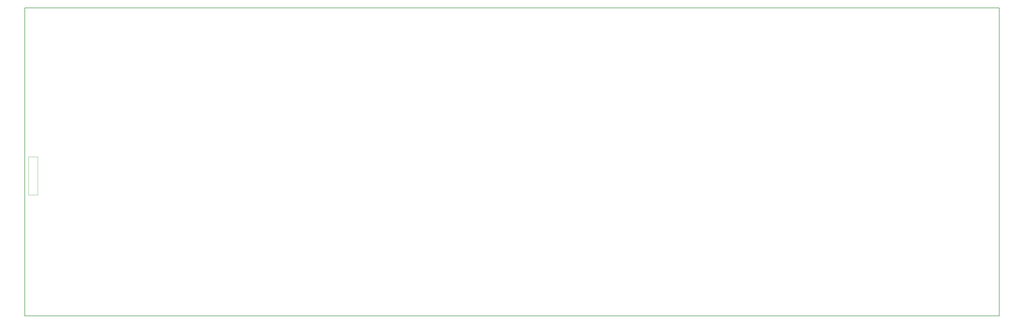
<source format=gbr>
%TF.GenerationSoftware,KiCad,Pcbnew,(6.0.7)*%
%TF.CreationDate,2022-10-26T17:48:04+08:00*%
%TF.ProjectId,Joker60_v2,4a6f6b65-7236-4305-9f76-322e6b696361,1.0*%
%TF.SameCoordinates,Original*%
%TF.FileFunction,Profile,NP*%
%FSLAX46Y46*%
G04 Gerber Fmt 4.6, Leading zero omitted, Abs format (unit mm)*
G04 Created by KiCad (PCBNEW (6.0.7)) date 2022-10-26 17:48:04*
%MOMM*%
%LPD*%
G01*
G04 APERTURE LIST*
%TA.AperFunction,Profile*%
%ADD10C,0.100000*%
%TD*%
%TA.AperFunction,Profile*%
%ADD11C,0.200000*%
%TD*%
G04 APERTURE END LIST*
D10*
X34290000Y-190500000D02*
X37338000Y-190500000D01*
X37338000Y-190500000D02*
X37338000Y-203200000D01*
X37338000Y-203200000D02*
X34290000Y-203200000D01*
X34290000Y-203200000D02*
X34290000Y-190500000D01*
D11*
X33020000Y-140970000D02*
X356489000Y-140970000D01*
X356489000Y-140970000D02*
X356489000Y-243459000D01*
X356489000Y-243459000D02*
X33020000Y-243459000D01*
X33020000Y-243459000D02*
X33020000Y-140970000D01*
M02*

</source>
